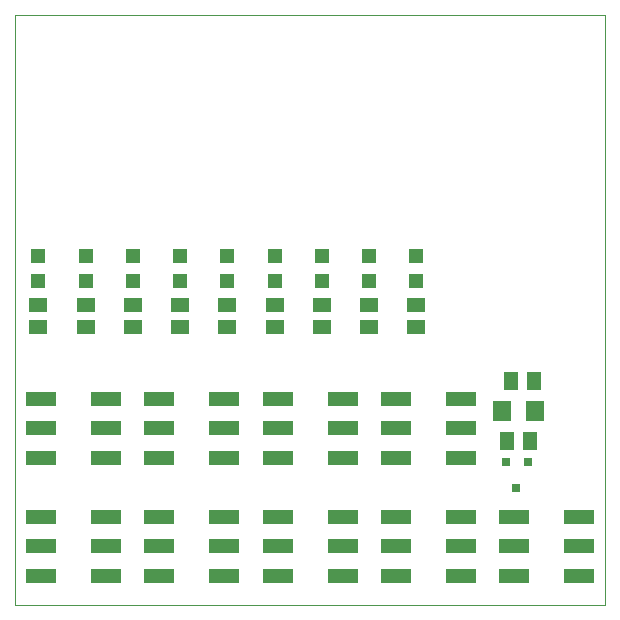
<source format=gtp>
G75*
%MOIN*%
%OFA0B0*%
%FSLAX24Y24*%
%IPPOS*%
%LPD*%
%AMOC8*
5,1,8,0,0,1.08239X$1,22.5*
%
%ADD10C,0.0000*%
%ADD11R,0.0984X0.0472*%
%ADD12R,0.0472X0.0472*%
%ADD13R,0.0630X0.0709*%
%ADD14R,0.0512X0.0591*%
%ADD15R,0.0591X0.0512*%
%ADD16R,0.0300X0.0300*%
D10*
X000180Y000180D02*
X000180Y019865D01*
X019865Y019865D01*
X019865Y000180D01*
X000180Y000180D01*
D11*
X001066Y001164D03*
X001066Y002149D03*
X001066Y003133D03*
X001066Y005101D03*
X001066Y006086D03*
X001066Y007070D03*
X003231Y007070D03*
X003231Y006086D03*
X003231Y005101D03*
X005003Y005101D03*
X005003Y006086D03*
X005003Y007070D03*
X007168Y007070D03*
X007168Y006086D03*
X007168Y005101D03*
X008940Y005101D03*
X008940Y006086D03*
X008940Y007070D03*
X011105Y007070D03*
X011105Y006086D03*
X011105Y005101D03*
X012877Y005101D03*
X012877Y006086D03*
X012877Y007070D03*
X015042Y007070D03*
X015042Y006086D03*
X015042Y005101D03*
X015042Y003133D03*
X015042Y002149D03*
X015042Y001164D03*
X016814Y001164D03*
X016814Y002149D03*
X016814Y003133D03*
X018979Y003133D03*
X018979Y002149D03*
X018979Y001164D03*
X012877Y001164D03*
X012877Y002149D03*
X012877Y003133D03*
X011105Y003133D03*
X011105Y002149D03*
X011105Y001164D03*
X008940Y001164D03*
X008940Y002149D03*
X008940Y003133D03*
X007168Y003133D03*
X007168Y002149D03*
X007168Y001164D03*
X005003Y001164D03*
X005003Y002149D03*
X005003Y003133D03*
X003231Y003133D03*
X003231Y002149D03*
X003231Y001164D03*
D12*
X002542Y010987D03*
X002542Y011814D03*
X000967Y011814D03*
X000967Y010987D03*
X004117Y010987D03*
X004117Y011814D03*
X005692Y011814D03*
X005692Y010987D03*
X007267Y010987D03*
X007267Y011814D03*
X008841Y011814D03*
X008841Y010987D03*
X010416Y010987D03*
X010416Y011814D03*
X011991Y011814D03*
X011991Y010987D03*
X013566Y010987D03*
X013566Y011814D03*
D13*
X016420Y006656D03*
X017523Y006656D03*
D14*
X017483Y007660D03*
X016735Y007660D03*
X016597Y005656D03*
X017345Y005656D03*
D15*
X013566Y009452D03*
X013566Y010200D03*
X011991Y010200D03*
X011991Y009452D03*
X010416Y009452D03*
X010416Y010200D03*
X008841Y010200D03*
X008841Y009452D03*
X007267Y009452D03*
X007267Y010200D03*
X005692Y010200D03*
X005692Y009452D03*
X004117Y009452D03*
X004117Y010200D03*
X002542Y010200D03*
X002542Y009452D03*
X000967Y009452D03*
X000967Y010200D03*
D16*
X016542Y004944D03*
X017298Y004944D03*
X016902Y004091D03*
M02*

</source>
